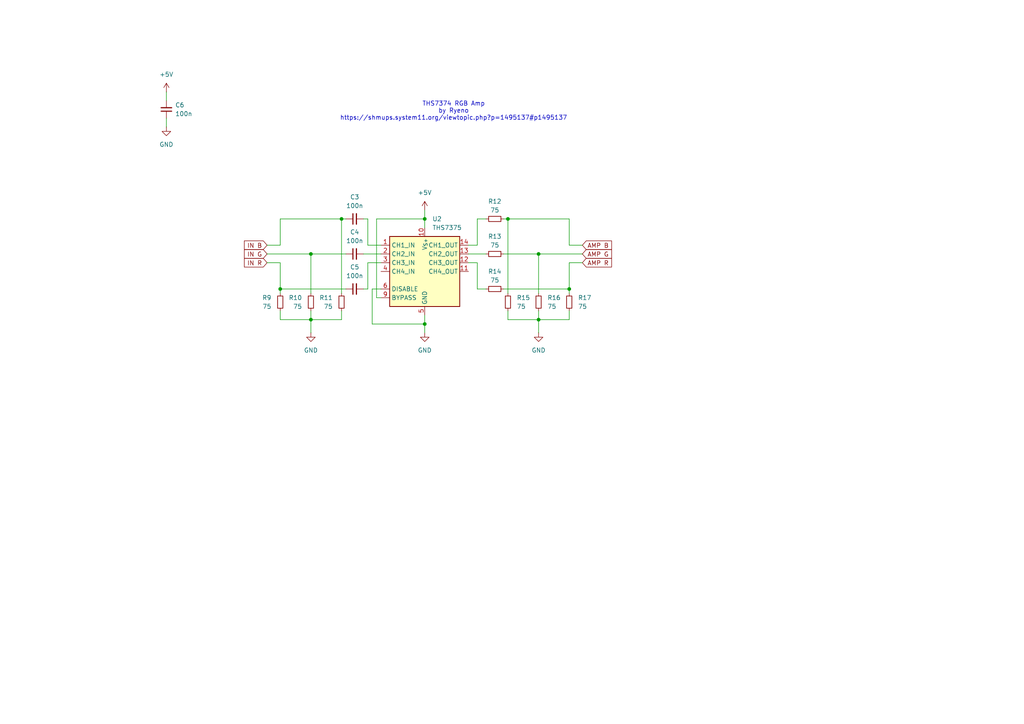
<source format=kicad_sch>
(kicad_sch
	(version 20231120)
	(generator "eeschema")
	(generator_version "8.0")
	(uuid "c0b29f3e-0451-4637-a707-8db16075bd96")
	(paper "A4")
	(lib_symbols
		(symbol "Amplifier_Video:THS7374"
			(exclude_from_sim no)
			(in_bom yes)
			(on_board yes)
			(property "Reference" "U"
				(at -8.89 11.43 0)
				(effects
					(font
						(size 1.27 1.27)
					)
				)
			)
			(property "Value" "THS7374"
				(at 5.08 11.43 0)
				(effects
					(font
						(size 1.27 1.27)
					)
				)
			)
			(property "Footprint" "Package_SO:TSSOP-14_4.4x5mm_P0.65mm"
				(at 0 0 0)
				(effects
					(font
						(size 1.27 1.27)
					)
					(hide yes)
				)
			)
			(property "Datasheet" "https://www.ti.com/lit/ds/symlink/ths7374.pdf"
				(at 0 0 0)
				(effects
					(font
						(size 1.27 1.27)
					)
					(hide yes)
				)
			)
			(property "Description" "4 channel SDTV Video Amplifier, TSSOP-14"
				(at 0 0 0)
				(effects
					(font
						(size 1.27 1.27)
					)
					(hide yes)
				)
			)
			(property "ki_keywords" "video amplifier sdtv cvbs rgb ypbpr"
				(at 0 0 0)
				(effects
					(font
						(size 1.27 1.27)
					)
					(hide yes)
				)
			)
			(property "ki_fp_filters" "TSSOP*4.4x5mm*P0.65mm*"
				(at 0 0 0)
				(effects
					(font
						(size 1.27 1.27)
					)
					(hide yes)
				)
			)
			(symbol "THS7374_0_1"
				(rectangle
					(start -10.16 10.16)
					(end 10.16 -10.16)
					(stroke
						(width 0.254)
						(type default)
					)
					(fill
						(type background)
					)
				)
			)
			(symbol "THS7374_1_1"
				(pin input line
					(at -12.7 7.62 0)
					(length 2.54)
					(name "CH1_IN"
						(effects
							(font
								(size 1.27 1.27)
							)
						)
					)
					(number "1"
						(effects
							(font
								(size 1.27 1.27)
							)
						)
					)
				)
				(pin power_in line
					(at 0 12.7 270)
					(length 2.54)
					(name "V_{S+}"
						(effects
							(font
								(size 1.27 1.27)
							)
						)
					)
					(number "10"
						(effects
							(font
								(size 1.27 1.27)
							)
						)
					)
				)
				(pin output line
					(at 12.7 0 180)
					(length 2.54)
					(name "CH4_OUT"
						(effects
							(font
								(size 1.27 1.27)
							)
						)
					)
					(number "11"
						(effects
							(font
								(size 1.27 1.27)
							)
						)
					)
				)
				(pin output line
					(at 12.7 2.54 180)
					(length 2.54)
					(name "CH3_OUT"
						(effects
							(font
								(size 1.27 1.27)
							)
						)
					)
					(number "12"
						(effects
							(font
								(size 1.27 1.27)
							)
						)
					)
				)
				(pin output line
					(at 12.7 5.08 180)
					(length 2.54)
					(name "CH2_OUT"
						(effects
							(font
								(size 1.27 1.27)
							)
						)
					)
					(number "13"
						(effects
							(font
								(size 1.27 1.27)
							)
						)
					)
				)
				(pin output line
					(at 12.7 7.62 180)
					(length 2.54)
					(name "CH1_OUT"
						(effects
							(font
								(size 1.27 1.27)
							)
						)
					)
					(number "14"
						(effects
							(font
								(size 1.27 1.27)
							)
						)
					)
				)
				(pin input line
					(at -12.7 5.08 0)
					(length 2.54)
					(name "CH2_IN"
						(effects
							(font
								(size 1.27 1.27)
							)
						)
					)
					(number "2"
						(effects
							(font
								(size 1.27 1.27)
							)
						)
					)
				)
				(pin input line
					(at -12.7 2.54 0)
					(length 2.54)
					(name "CH3_IN"
						(effects
							(font
								(size 1.27 1.27)
							)
						)
					)
					(number "3"
						(effects
							(font
								(size 1.27 1.27)
							)
						)
					)
				)
				(pin input line
					(at -12.7 0 0)
					(length 2.54)
					(name "CH4_IN"
						(effects
							(font
								(size 1.27 1.27)
							)
						)
					)
					(number "4"
						(effects
							(font
								(size 1.27 1.27)
							)
						)
					)
				)
				(pin power_in line
					(at 0 -12.7 90)
					(length 2.54)
					(name "GND"
						(effects
							(font
								(size 1.27 1.27)
							)
						)
					)
					(number "5"
						(effects
							(font
								(size 1.27 1.27)
							)
						)
					)
				)
				(pin input line
					(at -12.7 -5.08 0)
					(length 2.54)
					(name "DISABLE"
						(effects
							(font
								(size 1.27 1.27)
							)
						)
					)
					(number "6"
						(effects
							(font
								(size 1.27 1.27)
							)
						)
					)
				)
				(pin no_connect line
					(at 10.16 -5.08 180)
					(length 2.54) hide
					(name "NC"
						(effects
							(font
								(size 1.27 1.27)
							)
						)
					)
					(number "7"
						(effects
							(font
								(size 1.27 1.27)
							)
						)
					)
				)
				(pin no_connect line
					(at 10.16 -7.62 180)
					(length 2.54) hide
					(name "NC"
						(effects
							(font
								(size 1.27 1.27)
							)
						)
					)
					(number "8"
						(effects
							(font
								(size 1.27 1.27)
							)
						)
					)
				)
				(pin input line
					(at -12.7 -7.62 0)
					(length 2.54)
					(name "BYPASS"
						(effects
							(font
								(size 1.27 1.27)
							)
						)
					)
					(number "9"
						(effects
							(font
								(size 1.27 1.27)
							)
						)
					)
				)
			)
		)
		(symbol "Device:C_Small"
			(pin_numbers hide)
			(pin_names
				(offset 0.254) hide)
			(exclude_from_sim no)
			(in_bom yes)
			(on_board yes)
			(property "Reference" "C"
				(at 0.254 1.778 0)
				(effects
					(font
						(size 1.27 1.27)
					)
					(justify left)
				)
			)
			(property "Value" "C_Small"
				(at 0.254 -2.032 0)
				(effects
					(font
						(size 1.27 1.27)
					)
					(justify left)
				)
			)
			(property "Footprint" ""
				(at 0 0 0)
				(effects
					(font
						(size 1.27 1.27)
					)
					(hide yes)
				)
			)
			(property "Datasheet" "~"
				(at 0 0 0)
				(effects
					(font
						(size 1.27 1.27)
					)
					(hide yes)
				)
			)
			(property "Description" "Unpolarized capacitor, small symbol"
				(at 0 0 0)
				(effects
					(font
						(size 1.27 1.27)
					)
					(hide yes)
				)
			)
			(property "ki_keywords" "capacitor cap"
				(at 0 0 0)
				(effects
					(font
						(size 1.27 1.27)
					)
					(hide yes)
				)
			)
			(property "ki_fp_filters" "C_*"
				(at 0 0 0)
				(effects
					(font
						(size 1.27 1.27)
					)
					(hide yes)
				)
			)
			(symbol "C_Small_0_1"
				(polyline
					(pts
						(xy -1.524 -0.508) (xy 1.524 -0.508)
					)
					(stroke
						(width 0.3302)
						(type default)
					)
					(fill
						(type none)
					)
				)
				(polyline
					(pts
						(xy -1.524 0.508) (xy 1.524 0.508)
					)
					(stroke
						(width 0.3048)
						(type default)
					)
					(fill
						(type none)
					)
				)
			)
			(symbol "C_Small_1_1"
				(pin passive line
					(at 0 2.54 270)
					(length 2.032)
					(name "~"
						(effects
							(font
								(size 1.27 1.27)
							)
						)
					)
					(number "1"
						(effects
							(font
								(size 1.27 1.27)
							)
						)
					)
				)
				(pin passive line
					(at 0 -2.54 90)
					(length 2.032)
					(name "~"
						(effects
							(font
								(size 1.27 1.27)
							)
						)
					)
					(number "2"
						(effects
							(font
								(size 1.27 1.27)
							)
						)
					)
				)
			)
		)
		(symbol "Device:R_Small"
			(pin_numbers hide)
			(pin_names
				(offset 0.254) hide)
			(exclude_from_sim no)
			(in_bom yes)
			(on_board yes)
			(property "Reference" "R"
				(at 0.762 0.508 0)
				(effects
					(font
						(size 1.27 1.27)
					)
					(justify left)
				)
			)
			(property "Value" "R_Small"
				(at 0.762 -1.016 0)
				(effects
					(font
						(size 1.27 1.27)
					)
					(justify left)
				)
			)
			(property "Footprint" ""
				(at 0 0 0)
				(effects
					(font
						(size 1.27 1.27)
					)
					(hide yes)
				)
			)
			(property "Datasheet" "~"
				(at 0 0 0)
				(effects
					(font
						(size 1.27 1.27)
					)
					(hide yes)
				)
			)
			(property "Description" "Resistor, small symbol"
				(at 0 0 0)
				(effects
					(font
						(size 1.27 1.27)
					)
					(hide yes)
				)
			)
			(property "ki_keywords" "R resistor"
				(at 0 0 0)
				(effects
					(font
						(size 1.27 1.27)
					)
					(hide yes)
				)
			)
			(property "ki_fp_filters" "R_*"
				(at 0 0 0)
				(effects
					(font
						(size 1.27 1.27)
					)
					(hide yes)
				)
			)
			(symbol "R_Small_0_1"
				(rectangle
					(start -0.762 1.778)
					(end 0.762 -1.778)
					(stroke
						(width 0.2032)
						(type default)
					)
					(fill
						(type none)
					)
				)
			)
			(symbol "R_Small_1_1"
				(pin passive line
					(at 0 2.54 270)
					(length 0.762)
					(name "~"
						(effects
							(font
								(size 1.27 1.27)
							)
						)
					)
					(number "1"
						(effects
							(font
								(size 1.27 1.27)
							)
						)
					)
				)
				(pin passive line
					(at 0 -2.54 90)
					(length 0.762)
					(name "~"
						(effects
							(font
								(size 1.27 1.27)
							)
						)
					)
					(number "2"
						(effects
							(font
								(size 1.27 1.27)
							)
						)
					)
				)
			)
		)
		(symbol "power:+5V"
			(power)
			(pin_numbers hide)
			(pin_names
				(offset 0) hide)
			(exclude_from_sim no)
			(in_bom yes)
			(on_board yes)
			(property "Reference" "#PWR"
				(at 0 -3.81 0)
				(effects
					(font
						(size 1.27 1.27)
					)
					(hide yes)
				)
			)
			(property "Value" "+5V"
				(at 0 3.556 0)
				(effects
					(font
						(size 1.27 1.27)
					)
				)
			)
			(property "Footprint" ""
				(at 0 0 0)
				(effects
					(font
						(size 1.27 1.27)
					)
					(hide yes)
				)
			)
			(property "Datasheet" ""
				(at 0 0 0)
				(effects
					(font
						(size 1.27 1.27)
					)
					(hide yes)
				)
			)
			(property "Description" "Power symbol creates a global label with name \"+5V\""
				(at 0 0 0)
				(effects
					(font
						(size 1.27 1.27)
					)
					(hide yes)
				)
			)
			(property "ki_keywords" "global power"
				(at 0 0 0)
				(effects
					(font
						(size 1.27 1.27)
					)
					(hide yes)
				)
			)
			(symbol "+5V_0_1"
				(polyline
					(pts
						(xy -0.762 1.27) (xy 0 2.54)
					)
					(stroke
						(width 0)
						(type default)
					)
					(fill
						(type none)
					)
				)
				(polyline
					(pts
						(xy 0 0) (xy 0 2.54)
					)
					(stroke
						(width 0)
						(type default)
					)
					(fill
						(type none)
					)
				)
				(polyline
					(pts
						(xy 0 2.54) (xy 0.762 1.27)
					)
					(stroke
						(width 0)
						(type default)
					)
					(fill
						(type none)
					)
				)
			)
			(symbol "+5V_1_1"
				(pin power_in line
					(at 0 0 90)
					(length 0)
					(name "~"
						(effects
							(font
								(size 1.27 1.27)
							)
						)
					)
					(number "1"
						(effects
							(font
								(size 1.27 1.27)
							)
						)
					)
				)
			)
		)
		(symbol "power:GND"
			(power)
			(pin_numbers hide)
			(pin_names
				(offset 0) hide)
			(exclude_from_sim no)
			(in_bom yes)
			(on_board yes)
			(property "Reference" "#PWR"
				(at 0 -6.35 0)
				(effects
					(font
						(size 1.27 1.27)
					)
					(hide yes)
				)
			)
			(property "Value" "GND"
				(at 0 -3.81 0)
				(effects
					(font
						(size 1.27 1.27)
					)
				)
			)
			(property "Footprint" ""
				(at 0 0 0)
				(effects
					(font
						(size 1.27 1.27)
					)
					(hide yes)
				)
			)
			(property "Datasheet" ""
				(at 0 0 0)
				(effects
					(font
						(size 1.27 1.27)
					)
					(hide yes)
				)
			)
			(property "Description" "Power symbol creates a global label with name \"GND\" , ground"
				(at 0 0 0)
				(effects
					(font
						(size 1.27 1.27)
					)
					(hide yes)
				)
			)
			(property "ki_keywords" "global power"
				(at 0 0 0)
				(effects
					(font
						(size 1.27 1.27)
					)
					(hide yes)
				)
			)
			(symbol "GND_0_1"
				(polyline
					(pts
						(xy 0 0) (xy 0 -1.27) (xy 1.27 -1.27) (xy 0 -2.54) (xy -1.27 -1.27) (xy 0 -1.27)
					)
					(stroke
						(width 0)
						(type default)
					)
					(fill
						(type none)
					)
				)
			)
			(symbol "GND_1_1"
				(pin power_in line
					(at 0 0 270)
					(length 0)
					(name "~"
						(effects
							(font
								(size 1.27 1.27)
							)
						)
					)
					(number "1"
						(effects
							(font
								(size 1.27 1.27)
							)
						)
					)
				)
			)
		)
	)
	(junction
		(at 156.21 73.66)
		(diameter 0)
		(color 0 0 0 0)
		(uuid "41496fac-38c5-486e-9d2b-5e598de132c4")
	)
	(junction
		(at 90.17 73.66)
		(diameter 0)
		(color 0 0 0 0)
		(uuid "52bbb39b-1df4-4aaf-8b4f-591e982c70d0")
	)
	(junction
		(at 81.28 83.82)
		(diameter 0)
		(color 0 0 0 0)
		(uuid "5bd13e67-79c5-4220-a5b6-aad3ef655c95")
	)
	(junction
		(at 165.1 83.82)
		(diameter 0)
		(color 0 0 0 0)
		(uuid "798125aa-726d-4036-af93-4034414427d6")
	)
	(junction
		(at 123.19 93.98)
		(diameter 0)
		(color 0 0 0 0)
		(uuid "8388cd23-4e58-4850-b9f4-cd7a72951623")
	)
	(junction
		(at 90.17 92.71)
		(diameter 0)
		(color 0 0 0 0)
		(uuid "8686f511-dad4-412e-8753-d4f69a6d1e52")
	)
	(junction
		(at 123.19 63.5)
		(diameter 0)
		(color 0 0 0 0)
		(uuid "8ff6e0cb-1614-4283-964b-1cf94c6219b9")
	)
	(junction
		(at 99.06 63.5)
		(diameter 0)
		(color 0 0 0 0)
		(uuid "9817e409-dbfb-4e3a-9a74-ff2ef1642755")
	)
	(junction
		(at 156.21 92.71)
		(diameter 0)
		(color 0 0 0 0)
		(uuid "a4a8d1fc-7637-4996-ac7d-edb109ca51cf")
	)
	(junction
		(at 147.32 63.5)
		(diameter 0)
		(color 0 0 0 0)
		(uuid "ce94578a-00ca-492a-bb21-e890417aacb3")
	)
	(wire
		(pts
			(xy 110.49 76.2) (xy 106.68 76.2)
		)
		(stroke
			(width 0)
			(type default)
		)
		(uuid "078a5462-39e1-4908-9368-51a0fad41ff3")
	)
	(wire
		(pts
			(xy 123.19 93.98) (xy 123.19 96.52)
		)
		(stroke
			(width 0)
			(type default)
		)
		(uuid "07c14aec-c28f-47db-9f83-27790f176dec")
	)
	(wire
		(pts
			(xy 147.32 92.71) (xy 156.21 92.71)
		)
		(stroke
			(width 0)
			(type default)
		)
		(uuid "088a22c8-748a-43e7-9f67-6d0df0a5c328")
	)
	(wire
		(pts
			(xy 90.17 73.66) (xy 90.17 85.09)
		)
		(stroke
			(width 0)
			(type default)
		)
		(uuid "0ad2d4d0-19fa-4bc6-bf15-eab5a78d90c3")
	)
	(wire
		(pts
			(xy 90.17 92.71) (xy 90.17 96.52)
		)
		(stroke
			(width 0)
			(type default)
		)
		(uuid "1864bb11-d4b8-4907-a05d-ad96a877ede7")
	)
	(wire
		(pts
			(xy 81.28 63.5) (xy 81.28 71.12)
		)
		(stroke
			(width 0)
			(type default)
		)
		(uuid "1a41d32a-3276-4785-9453-b3406c5c3507")
	)
	(wire
		(pts
			(xy 110.49 86.36) (xy 109.22 86.36)
		)
		(stroke
			(width 0)
			(type default)
		)
		(uuid "1aebfe1a-7ce9-402b-9587-6fa8ccfcaf78")
	)
	(wire
		(pts
			(xy 100.33 73.66) (xy 90.17 73.66)
		)
		(stroke
			(width 0)
			(type default)
		)
		(uuid "1cf64175-7718-4efb-bb59-f121aab4edd3")
	)
	(wire
		(pts
			(xy 99.06 63.5) (xy 81.28 63.5)
		)
		(stroke
			(width 0)
			(type default)
		)
		(uuid "27b8a24c-6e63-4497-956d-94b0d268a741")
	)
	(wire
		(pts
			(xy 135.89 76.2) (xy 138.43 76.2)
		)
		(stroke
			(width 0)
			(type default)
		)
		(uuid "2d6bb818-95a4-4332-b727-322a5cda03a9")
	)
	(wire
		(pts
			(xy 146.05 73.66) (xy 156.21 73.66)
		)
		(stroke
			(width 0)
			(type default)
		)
		(uuid "3190a0d0-2191-48cb-9be9-404bb3c45be7")
	)
	(wire
		(pts
			(xy 156.21 73.66) (xy 156.21 85.09)
		)
		(stroke
			(width 0)
			(type default)
		)
		(uuid "3285cd3c-53ed-4715-8f1b-2efb7183f7fa")
	)
	(wire
		(pts
			(xy 138.43 71.12) (xy 135.89 71.12)
		)
		(stroke
			(width 0)
			(type default)
		)
		(uuid "32a61bde-904f-4b20-bb2e-7751c9ed35ed")
	)
	(wire
		(pts
			(xy 147.32 63.5) (xy 165.1 63.5)
		)
		(stroke
			(width 0)
			(type default)
		)
		(uuid "33e1d965-3a01-4f53-8ff4-b28c3f889d9a")
	)
	(wire
		(pts
			(xy 107.95 93.98) (xy 123.19 93.98)
		)
		(stroke
			(width 0)
			(type default)
		)
		(uuid "34ddd223-37ca-43ed-ad31-64b151158a88")
	)
	(wire
		(pts
			(xy 123.19 63.5) (xy 123.19 66.04)
		)
		(stroke
			(width 0)
			(type default)
		)
		(uuid "368d3e8f-3882-490c-a40f-baecfe611e71")
	)
	(wire
		(pts
			(xy 99.06 90.17) (xy 99.06 92.71)
		)
		(stroke
			(width 0)
			(type default)
		)
		(uuid "39efbaf1-52d4-45ec-af59-8c746d607c4d")
	)
	(wire
		(pts
			(xy 147.32 90.17) (xy 147.32 92.71)
		)
		(stroke
			(width 0)
			(type default)
		)
		(uuid "3e9980bc-6691-4aed-bef6-84765d4cabab")
	)
	(wire
		(pts
			(xy 165.1 92.71) (xy 156.21 92.71)
		)
		(stroke
			(width 0)
			(type default)
		)
		(uuid "47cdc8dc-5abe-44f4-b8c9-c2636e3c8eb9")
	)
	(wire
		(pts
			(xy 81.28 71.12) (xy 77.47 71.12)
		)
		(stroke
			(width 0)
			(type default)
		)
		(uuid "57944484-8a91-4d66-9115-90909e697875")
	)
	(wire
		(pts
			(xy 106.68 63.5) (xy 105.41 63.5)
		)
		(stroke
			(width 0)
			(type default)
		)
		(uuid "5dfb8de8-1edd-4822-988d-947d1f746caa")
	)
	(wire
		(pts
			(xy 90.17 73.66) (xy 77.47 73.66)
		)
		(stroke
			(width 0)
			(type default)
		)
		(uuid "6c0e7ae3-6ace-4725-97f6-eb8c65a5da60")
	)
	(wire
		(pts
			(xy 106.68 71.12) (xy 110.49 71.12)
		)
		(stroke
			(width 0)
			(type default)
		)
		(uuid "6fb9f5b0-ad87-4bb0-ad46-545f8f4623eb")
	)
	(wire
		(pts
			(xy 100.33 83.82) (xy 81.28 83.82)
		)
		(stroke
			(width 0)
			(type default)
		)
		(uuid "72f0b8f7-9a50-47d7-85c3-bd64a94e15a7")
	)
	(wire
		(pts
			(xy 109.22 63.5) (xy 123.19 63.5)
		)
		(stroke
			(width 0)
			(type default)
		)
		(uuid "764c98de-9831-44a9-a8b9-aeeeeec1191c")
	)
	(wire
		(pts
			(xy 110.49 73.66) (xy 105.41 73.66)
		)
		(stroke
			(width 0)
			(type default)
		)
		(uuid "77b57d5f-78f5-4249-89ff-e0a04cd95907")
	)
	(wire
		(pts
			(xy 165.1 83.82) (xy 165.1 85.09)
		)
		(stroke
			(width 0)
			(type default)
		)
		(uuid "7d5db086-7524-4f3f-b340-ebe96bfde1a1")
	)
	(wire
		(pts
			(xy 165.1 63.5) (xy 165.1 71.12)
		)
		(stroke
			(width 0)
			(type default)
		)
		(uuid "84956626-2b8a-43be-9aaa-3c26c8ec010d")
	)
	(wire
		(pts
			(xy 147.32 63.5) (xy 147.32 85.09)
		)
		(stroke
			(width 0)
			(type default)
		)
		(uuid "8a6fe514-5e96-4fa0-9f38-7bbf9a1d45b3")
	)
	(wire
		(pts
			(xy 165.1 90.17) (xy 165.1 92.71)
		)
		(stroke
			(width 0)
			(type default)
		)
		(uuid "8b8ee32f-88e7-48cd-896d-a093a62cbb1c")
	)
	(wire
		(pts
			(xy 146.05 83.82) (xy 165.1 83.82)
		)
		(stroke
			(width 0)
			(type default)
		)
		(uuid "8e0ed0b9-77ec-4a7b-b77e-fada860548f1")
	)
	(wire
		(pts
			(xy 81.28 76.2) (xy 81.28 83.82)
		)
		(stroke
			(width 0)
			(type default)
		)
		(uuid "8e30c4be-6120-4398-a669-5c609785ea7f")
	)
	(wire
		(pts
			(xy 106.68 76.2) (xy 106.68 83.82)
		)
		(stroke
			(width 0)
			(type default)
		)
		(uuid "922265ee-9377-4f2e-82e4-8d0d4eed4d60")
	)
	(wire
		(pts
			(xy 100.33 63.5) (xy 99.06 63.5)
		)
		(stroke
			(width 0)
			(type default)
		)
		(uuid "93f9122c-cee7-4548-bc29-46f9da792625")
	)
	(wire
		(pts
			(xy 123.19 91.44) (xy 123.19 93.98)
		)
		(stroke
			(width 0)
			(type default)
		)
		(uuid "94655aa0-6ae2-4d9f-aa5a-20115a754c0f")
	)
	(wire
		(pts
			(xy 81.28 83.82) (xy 81.28 85.09)
		)
		(stroke
			(width 0)
			(type default)
		)
		(uuid "9a8c9bd8-1999-4c32-9264-4d9c383408c6")
	)
	(wire
		(pts
			(xy 99.06 92.71) (xy 90.17 92.71)
		)
		(stroke
			(width 0)
			(type default)
		)
		(uuid "9bfd1dee-3ccb-4057-a312-c33e81d49422")
	)
	(wire
		(pts
			(xy 81.28 90.17) (xy 81.28 92.71)
		)
		(stroke
			(width 0)
			(type default)
		)
		(uuid "a27dac00-d6f0-4288-9757-6734e4e80a5e")
	)
	(wire
		(pts
			(xy 156.21 92.71) (xy 156.21 96.52)
		)
		(stroke
			(width 0)
			(type default)
		)
		(uuid "a3bfef3b-6cff-4039-b118-561fbc07a625")
	)
	(wire
		(pts
			(xy 146.05 63.5) (xy 147.32 63.5)
		)
		(stroke
			(width 0)
			(type default)
		)
		(uuid "a5fb020a-337e-4e60-b7b0-bd74a91e514d")
	)
	(wire
		(pts
			(xy 165.1 76.2) (xy 165.1 83.82)
		)
		(stroke
			(width 0)
			(type default)
		)
		(uuid "ab37530c-dad2-4b4d-bb57-196539bd16cf")
	)
	(wire
		(pts
			(xy 110.49 83.82) (xy 107.95 83.82)
		)
		(stroke
			(width 0)
			(type default)
		)
		(uuid "ae2e7407-1fdb-4257-96b9-43f15a62ac4d")
	)
	(wire
		(pts
			(xy 138.43 83.82) (xy 140.97 83.82)
		)
		(stroke
			(width 0)
			(type default)
		)
		(uuid "ae7cf878-7634-4fbb-8430-f5dd76a086a4")
	)
	(wire
		(pts
			(xy 123.19 60.96) (xy 123.19 63.5)
		)
		(stroke
			(width 0)
			(type default)
		)
		(uuid "af85672f-4e18-4d44-8359-81efaf073024")
	)
	(wire
		(pts
			(xy 165.1 71.12) (xy 168.91 71.12)
		)
		(stroke
			(width 0)
			(type default)
		)
		(uuid "b0505a1e-bc64-4f6d-bc55-eab2e6076187")
	)
	(wire
		(pts
			(xy 138.43 76.2) (xy 138.43 83.82)
		)
		(stroke
			(width 0)
			(type default)
		)
		(uuid "b4d49171-1659-4a69-9ee7-4cafb5dadfda")
	)
	(wire
		(pts
			(xy 135.89 73.66) (xy 140.97 73.66)
		)
		(stroke
			(width 0)
			(type default)
		)
		(uuid "bad5bd9c-2068-4a9d-8941-96d8d6e1d143")
	)
	(wire
		(pts
			(xy 106.68 83.82) (xy 105.41 83.82)
		)
		(stroke
			(width 0)
			(type default)
		)
		(uuid "bc876b55-1fee-43a5-a367-1e9c685aae63")
	)
	(wire
		(pts
			(xy 81.28 76.2) (xy 77.47 76.2)
		)
		(stroke
			(width 0)
			(type default)
		)
		(uuid "bdab2b3e-418a-421b-bd6f-0dc026e745e8")
	)
	(wire
		(pts
			(xy 90.17 90.17) (xy 90.17 92.71)
		)
		(stroke
			(width 0)
			(type default)
		)
		(uuid "c0a03365-4b58-455d-9764-4d3a1ce54a77")
	)
	(wire
		(pts
			(xy 48.26 34.29) (xy 48.26 36.83)
		)
		(stroke
			(width 0)
			(type default)
		)
		(uuid "d87d57f5-3f4f-402d-8ef3-a8f74959dbe6")
	)
	(wire
		(pts
			(xy 156.21 90.17) (xy 156.21 92.71)
		)
		(stroke
			(width 0)
			(type default)
		)
		(uuid "d8a0fdf9-131c-4ae8-be24-54546c9474cf")
	)
	(wire
		(pts
			(xy 106.68 71.12) (xy 106.68 63.5)
		)
		(stroke
			(width 0)
			(type default)
		)
		(uuid "d8a4b4d4-a720-4bb0-88a7-426f87360c74")
	)
	(wire
		(pts
			(xy 138.43 71.12) (xy 138.43 63.5)
		)
		(stroke
			(width 0)
			(type default)
		)
		(uuid "dcd47091-367d-41e3-a4d0-6427ed3f9918")
	)
	(wire
		(pts
			(xy 107.95 83.82) (xy 107.95 93.98)
		)
		(stroke
			(width 0)
			(type default)
		)
		(uuid "e2e22055-90ef-4964-b43f-6c7a375c64c9")
	)
	(wire
		(pts
			(xy 81.28 92.71) (xy 90.17 92.71)
		)
		(stroke
			(width 0)
			(type default)
		)
		(uuid "e9309e55-a658-4a19-b1e5-95ce32f0e1f7")
	)
	(wire
		(pts
			(xy 99.06 63.5) (xy 99.06 85.09)
		)
		(stroke
			(width 0)
			(type default)
		)
		(uuid "eaddc867-6883-4e08-ab50-59892f2a8c11")
	)
	(wire
		(pts
			(xy 165.1 76.2) (xy 168.91 76.2)
		)
		(stroke
			(width 0)
			(type default)
		)
		(uuid "eeea9ae0-7b11-4e55-8b79-7450dbeb179f")
	)
	(wire
		(pts
			(xy 138.43 63.5) (xy 140.97 63.5)
		)
		(stroke
			(width 0)
			(type default)
		)
		(uuid "fb334796-484c-4e57-89a7-8793544675b8")
	)
	(wire
		(pts
			(xy 156.21 73.66) (xy 168.91 73.66)
		)
		(stroke
			(width 0)
			(type default)
		)
		(uuid "fcd3962f-43ee-47be-9aab-e63920165767")
	)
	(wire
		(pts
			(xy 109.22 86.36) (xy 109.22 63.5)
		)
		(stroke
			(width 0)
			(type default)
		)
		(uuid "fd8eecae-996d-44e6-b49c-7b2596c70ea8")
	)
	(wire
		(pts
			(xy 48.26 26.67) (xy 48.26 29.21)
		)
		(stroke
			(width 0)
			(type default)
		)
		(uuid "ff5f567c-1e76-468c-8207-b8ae37cff79f")
	)
	(text "THS7374 RGB Amp\nby Ryeno\nhttps://shmups.system11.org/viewtopic.php?p=1495137#p1495137"
		(exclude_from_sim no)
		(at 131.572 32.258 0)
		(effects
			(font
				(size 1.27 1.27)
			)
		)
		(uuid "b7c3db12-e10e-491f-8503-c9e42d1f9899")
	)
	(global_label "AMP R"
		(shape input)
		(at 168.91 76.2 0)
		(fields_autoplaced yes)
		(effects
			(font
				(size 1.27 1.27)
			)
			(justify left)
		)
		(uuid "2dfd595b-13fd-46ac-aff6-01e3b6d79e64")
		(property "Intersheetrefs" "${INTERSHEET_REFS}"
			(at 177.9428 76.2 0)
			(effects
				(font
					(size 1.27 1.27)
				)
				(justify left)
				(hide yes)
			)
		)
	)
	(global_label "IN G"
		(shape input)
		(at 77.47 73.66 180)
		(fields_autoplaced yes)
		(effects
			(font
				(size 1.27 1.27)
			)
			(justify right)
		)
		(uuid "de08a2b6-54bf-4ff7-9fb3-f1b8fcd0f7af")
		(property "Intersheetrefs" "${INTERSHEET_REFS}"
			(at 70.3119 73.66 0)
			(effects
				(font
					(size 1.27 1.27)
				)
				(justify right)
				(hide yes)
			)
		)
	)
	(global_label "AMP G"
		(shape input)
		(at 168.91 73.66 0)
		(fields_autoplaced yes)
		(effects
			(font
				(size 1.27 1.27)
			)
			(justify left)
		)
		(uuid "f3e3ab26-a801-4984-bd77-52dd2239d7cc")
		(property "Intersheetrefs" "${INTERSHEET_REFS}"
			(at 177.9428 73.66 0)
			(effects
				(font
					(size 1.27 1.27)
				)
				(justify left)
				(hide yes)
			)
		)
	)
	(global_label "AMP B"
		(shape input)
		(at 168.91 71.12 0)
		(fields_autoplaced yes)
		(effects
			(font
				(size 1.27 1.27)
			)
			(justify left)
		)
		(uuid "f5fb7690-1195-4a48-af7e-09123d2cf8d1")
		(property "Intersheetrefs" "${INTERSHEET_REFS}"
			(at 177.9428 71.12 0)
			(effects
				(font
					(size 1.27 1.27)
				)
				(justify left)
				(hide yes)
			)
		)
	)
	(global_label "IN B"
		(shape input)
		(at 77.47 71.12 180)
		(fields_autoplaced yes)
		(effects
			(font
				(size 1.27 1.27)
			)
			(justify right)
		)
		(uuid "fb9f3086-1a18-4242-85dd-cc7e1f7fe969")
		(property "Intersheetrefs" "${INTERSHEET_REFS}"
			(at 70.3119 71.12 0)
			(effects
				(font
					(size 1.27 1.27)
				)
				(justify right)
				(hide yes)
			)
		)
	)
	(global_label "IN R"
		(shape input)
		(at 77.47 76.2 180)
		(fields_autoplaced yes)
		(effects
			(font
				(size 1.27 1.27)
			)
			(justify right)
		)
		(uuid "fdf03c53-b90f-4978-b5fa-64fd2bc023dd")
		(property "Intersheetrefs" "${INTERSHEET_REFS}"
			(at 70.3119 76.2 0)
			(effects
				(font
					(size 1.27 1.27)
				)
				(justify right)
				(hide yes)
			)
		)
	)
	(symbol
		(lib_id "Device:C_Small")
		(at 102.87 83.82 90)
		(unit 1)
		(exclude_from_sim no)
		(in_bom yes)
		(on_board yes)
		(dnp no)
		(uuid "1a0aecc6-0642-47a5-9f9c-b20dc22cf91b")
		(property "Reference" "C5"
			(at 102.8763 77.47 90)
			(effects
				(font
					(size 1.27 1.27)
				)
			)
		)
		(property "Value" "100n"
			(at 102.8763 80.01 90)
			(effects
				(font
					(size 1.27 1.27)
				)
			)
		)
		(property "Footprint" "Capacitor_THT:C_Disc_D6.0mm_W2.5mm_P5.00mm"
			(at 102.87 83.82 0)
			(effects
				(font
					(size 1.27 1.27)
				)
				(hide yes)
			)
		)
		(property "Datasheet" "~"
			(at 102.87 83.82 0)
			(effects
				(font
					(size 1.27 1.27)
				)
				(hide yes)
			)
		)
		(property "Description" "Unpolarized capacitor, small symbol"
			(at 102.87 83.82 0)
			(effects
				(font
					(size 1.27 1.27)
				)
				(hide yes)
			)
		)
		(pin "1"
			(uuid "086f1427-f5c4-4dc9-bcd9-828689b46500")
		)
		(pin "2"
			(uuid "3fb7c778-c9cd-431c-8296-4d257c05731b")
		)
		(instances
			(project "arcade"
				(path "/fe21c13a-8405-4e1e-9297-688e7d18d624/89482f60-646d-40bc-8a57-39980eed1e01"
					(reference "C5")
					(unit 1)
				)
			)
		)
	)
	(symbol
		(lib_id "Device:R_Small")
		(at 143.51 73.66 270)
		(unit 1)
		(exclude_from_sim no)
		(in_bom yes)
		(on_board yes)
		(dnp no)
		(fields_autoplaced yes)
		(uuid "25569d10-24d3-4c5b-bb4f-33c44d045756")
		(property "Reference" "R13"
			(at 143.51 68.58 90)
			(effects
				(font
					(size 1.27 1.27)
				)
			)
		)
		(property "Value" "75"
			(at 143.51 71.12 90)
			(effects
				(font
					(size 1.27 1.27)
				)
			)
		)
		(property "Footprint" "Resistor_THT:R_Axial_DIN0204_L3.6mm_D1.6mm_P7.62mm_Horizontal"
			(at 143.51 73.66 0)
			(effects
				(font
					(size 1.27 1.27)
				)
				(hide yes)
			)
		)
		(property "Datasheet" "~"
			(at 143.51 73.66 0)
			(effects
				(font
					(size 1.27 1.27)
				)
				(hide yes)
			)
		)
		(property "Description" "Resistor, small symbol"
			(at 143.51 73.66 0)
			(effects
				(font
					(size 1.27 1.27)
				)
				(hide yes)
			)
		)
		(pin "2"
			(uuid "f44fe73a-d8a9-4821-bf19-4ebec7abb105")
		)
		(pin "1"
			(uuid "f934fd2a-5214-4d29-b874-e747bf708c73")
		)
		(instances
			(project "arcade"
				(path "/fe21c13a-8405-4e1e-9297-688e7d18d624/89482f60-646d-40bc-8a57-39980eed1e01"
					(reference "R13")
					(unit 1)
				)
			)
		)
	)
	(symbol
		(lib_id "Device:R_Small")
		(at 143.51 63.5 270)
		(unit 1)
		(exclude_from_sim no)
		(in_bom yes)
		(on_board yes)
		(dnp no)
		(fields_autoplaced yes)
		(uuid "2a9c2c30-3dd1-4fed-a88d-667b8f7177f7")
		(property "Reference" "R12"
			(at 143.51 58.42 90)
			(effects
				(font
					(size 1.27 1.27)
				)
			)
		)
		(property "Value" "75"
			(at 143.51 60.96 90)
			(effects
				(font
					(size 1.27 1.27)
				)
			)
		)
		(property "Footprint" "Resistor_THT:R_Axial_DIN0204_L3.6mm_D1.6mm_P7.62mm_Horizontal"
			(at 143.51 63.5 0)
			(effects
				(font
					(size 1.27 1.27)
				)
				(hide yes)
			)
		)
		(property "Datasheet" "~"
			(at 143.51 63.5 0)
			(effects
				(font
					(size 1.27 1.27)
				)
				(hide yes)
			)
		)
		(property "Description" "Resistor, small symbol"
			(at 143.51 63.5 0)
			(effects
				(font
					(size 1.27 1.27)
				)
				(hide yes)
			)
		)
		(pin "2"
			(uuid "f354889b-a6d8-4735-8491-41d6d606b0aa")
		)
		(pin "1"
			(uuid "4f5e2734-cd53-4ccd-887d-7fac9730874f")
		)
		(instances
			(project "arcade"
				(path "/fe21c13a-8405-4e1e-9297-688e7d18d624/89482f60-646d-40bc-8a57-39980eed1e01"
					(reference "R12")
					(unit 1)
				)
			)
		)
	)
	(symbol
		(lib_id "Device:R_Small")
		(at 147.32 87.63 0)
		(unit 1)
		(exclude_from_sim no)
		(in_bom yes)
		(on_board yes)
		(dnp no)
		(fields_autoplaced yes)
		(uuid "3b6c7a11-6470-4c1a-a2bb-cfcabc998486")
		(property "Reference" "R15"
			(at 149.86 86.3599 0)
			(effects
				(font
					(size 1.27 1.27)
				)
				(justify left)
			)
		)
		(property "Value" "75"
			(at 149.86 88.8999 0)
			(effects
				(font
					(size 1.27 1.27)
				)
				(justify left)
			)
		)
		(property "Footprint" "Resistor_THT:R_Axial_DIN0204_L3.6mm_D1.6mm_P7.62mm_Horizontal"
			(at 147.32 87.63 0)
			(effects
				(font
					(size 1.27 1.27)
				)
				(hide yes)
			)
		)
		(property "Datasheet" "~"
			(at 147.32 87.63 0)
			(effects
				(font
					(size 1.27 1.27)
				)
				(hide yes)
			)
		)
		(property "Description" "Resistor, small symbol"
			(at 147.32 87.63 0)
			(effects
				(font
					(size 1.27 1.27)
				)
				(hide yes)
			)
		)
		(pin "2"
			(uuid "b2b49e9f-b70c-43c6-ad89-ee8549a9b0a3")
		)
		(pin "1"
			(uuid "6504acfe-26a1-400a-baeb-8fcffcc46eff")
		)
		(instances
			(project "arcade"
				(path "/fe21c13a-8405-4e1e-9297-688e7d18d624/89482f60-646d-40bc-8a57-39980eed1e01"
					(reference "R15")
					(unit 1)
				)
			)
		)
	)
	(symbol
		(lib_id "Device:C_Small")
		(at 102.87 73.66 90)
		(unit 1)
		(exclude_from_sim no)
		(in_bom yes)
		(on_board yes)
		(dnp no)
		(uuid "59136909-24e6-49e6-8fde-64651b2741ab")
		(property "Reference" "C4"
			(at 102.8763 67.31 90)
			(effects
				(font
					(size 1.27 1.27)
				)
			)
		)
		(property "Value" "100n"
			(at 102.8763 69.85 90)
			(effects
				(font
					(size 1.27 1.27)
				)
			)
		)
		(property "Footprint" "Capacitor_THT:C_Disc_D6.0mm_W2.5mm_P5.00mm"
			(at 102.87 73.66 0)
			(effects
				(font
					(size 1.27 1.27)
				)
				(hide yes)
			)
		)
		(property "Datasheet" "~"
			(at 102.87 73.66 0)
			(effects
				(font
					(size 1.27 1.27)
				)
				(hide yes)
			)
		)
		(property "Description" "Unpolarized capacitor, small symbol"
			(at 102.87 73.66 0)
			(effects
				(font
					(size 1.27 1.27)
				)
				(hide yes)
			)
		)
		(pin "1"
			(uuid "a2c572c7-9136-487d-9af2-4772e89fa0f5")
		)
		(pin "2"
			(uuid "18a097d6-aae7-46ae-9f2a-e13478ab68c2")
		)
		(instances
			(project "arcade"
				(path "/fe21c13a-8405-4e1e-9297-688e7d18d624/89482f60-646d-40bc-8a57-39980eed1e01"
					(reference "C4")
					(unit 1)
				)
			)
		)
	)
	(symbol
		(lib_id "Device:R_Small")
		(at 99.06 87.63 0)
		(mirror y)
		(unit 1)
		(exclude_from_sim no)
		(in_bom yes)
		(on_board yes)
		(dnp no)
		(uuid "77978dd2-aa54-4928-8eab-dd138778c5f2")
		(property "Reference" "R11"
			(at 96.52 86.3599 0)
			(effects
				(font
					(size 1.27 1.27)
				)
				(justify left)
			)
		)
		(property "Value" "75"
			(at 96.52 88.8999 0)
			(effects
				(font
					(size 1.27 1.27)
				)
				(justify left)
			)
		)
		(property "Footprint" "Resistor_THT:R_Axial_DIN0204_L3.6mm_D1.6mm_P7.62mm_Horizontal"
			(at 99.06 87.63 0)
			(effects
				(font
					(size 1.27 1.27)
				)
				(hide yes)
			)
		)
		(property "Datasheet" "~"
			(at 99.06 87.63 0)
			(effects
				(font
					(size 1.27 1.27)
				)
				(hide yes)
			)
		)
		(property "Description" "Resistor, small symbol"
			(at 99.06 87.63 0)
			(effects
				(font
					(size 1.27 1.27)
				)
				(hide yes)
			)
		)
		(pin "2"
			(uuid "0a32eca8-64e0-461a-92cc-a7b7d2fb8c10")
		)
		(pin "1"
			(uuid "d46cb907-b81e-48e9-8fae-d336005ffe00")
		)
		(instances
			(project "arcade"
				(path "/fe21c13a-8405-4e1e-9297-688e7d18d624/89482f60-646d-40bc-8a57-39980eed1e01"
					(reference "R11")
					(unit 1)
				)
			)
		)
	)
	(symbol
		(lib_id "Device:R_Small")
		(at 143.51 83.82 90)
		(unit 1)
		(exclude_from_sim no)
		(in_bom yes)
		(on_board yes)
		(dnp no)
		(fields_autoplaced yes)
		(uuid "7d08e60c-458e-4d75-84b3-f109172e8a2d")
		(property "Reference" "R14"
			(at 143.51 78.74 90)
			(effects
				(font
					(size 1.27 1.27)
				)
			)
		)
		(property "Value" "75"
			(at 143.51 81.28 90)
			(effects
				(font
					(size 1.27 1.27)
				)
			)
		)
		(property "Footprint" "Resistor_THT:R_Axial_DIN0204_L3.6mm_D1.6mm_P7.62mm_Horizontal"
			(at 143.51 83.82 0)
			(effects
				(font
					(size 1.27 1.27)
				)
				(hide yes)
			)
		)
		(property "Datasheet" "~"
			(at 143.51 83.82 0)
			(effects
				(font
					(size 1.27 1.27)
				)
				(hide yes)
			)
		)
		(property "Description" "Resistor, small symbol"
			(at 143.51 83.82 0)
			(effects
				(font
					(size 1.27 1.27)
				)
				(hide yes)
			)
		)
		(pin "2"
			(uuid "d602098b-3d4d-41ce-a4da-410301bb64ad")
		)
		(pin "1"
			(uuid "9d4dcb20-837e-42eb-bfdd-f0875e490a68")
		)
		(instances
			(project "arcade"
				(path "/fe21c13a-8405-4e1e-9297-688e7d18d624/89482f60-646d-40bc-8a57-39980eed1e01"
					(reference "R14")
					(unit 1)
				)
			)
		)
	)
	(symbol
		(lib_id "power:GND")
		(at 123.19 96.52 0)
		(unit 1)
		(exclude_from_sim no)
		(in_bom yes)
		(on_board yes)
		(dnp no)
		(fields_autoplaced yes)
		(uuid "800453b7-8d0e-4dcf-94a9-04e2366477a2")
		(property "Reference" "#PWR012"
			(at 123.19 102.87 0)
			(effects
				(font
					(size 1.27 1.27)
				)
				(hide yes)
			)
		)
		(property "Value" "GND"
			(at 123.19 101.6 0)
			(effects
				(font
					(size 1.27 1.27)
				)
			)
		)
		(property "Footprint" ""
			(at 123.19 96.52 0)
			(effects
				(font
					(size 1.27 1.27)
				)
				(hide yes)
			)
		)
		(property "Datasheet" ""
			(at 123.19 96.52 0)
			(effects
				(font
					(size 1.27 1.27)
				)
				(hide yes)
			)
		)
		(property "Description" "Power symbol creates a global label with name \"GND\" , ground"
			(at 123.19 96.52 0)
			(effects
				(font
					(size 1.27 1.27)
				)
				(hide yes)
			)
		)
		(pin "1"
			(uuid "8fd6cb26-f276-442c-ac3c-a36ed11ff541")
		)
		(instances
			(project "arcade"
				(path "/fe21c13a-8405-4e1e-9297-688e7d18d624/89482f60-646d-40bc-8a57-39980eed1e01"
					(reference "#PWR012")
					(unit 1)
				)
			)
		)
	)
	(symbol
		(lib_id "Device:C_Small")
		(at 48.26 31.75 180)
		(unit 1)
		(exclude_from_sim no)
		(in_bom yes)
		(on_board yes)
		(dnp no)
		(fields_autoplaced yes)
		(uuid "848a93dd-db48-41cf-b255-970e8250e9d6")
		(property "Reference" "C6"
			(at 50.8 30.4735 0)
			(effects
				(font
					(size 1.27 1.27)
				)
				(justify right)
			)
		)
		(property "Value" "100n"
			(at 50.8 33.0135 0)
			(effects
				(font
					(size 1.27 1.27)
				)
				(justify right)
			)
		)
		(property "Footprint" "Capacitor_THT:C_Disc_D6.0mm_W2.5mm_P5.00mm"
			(at 48.26 31.75 0)
			(effects
				(font
					(size 1.27 1.27)
				)
				(hide yes)
			)
		)
		(property "Datasheet" "~"
			(at 48.26 31.75 0)
			(effects
				(font
					(size 1.27 1.27)
				)
				(hide yes)
			)
		)
		(property "Description" "Unpolarized capacitor, small symbol"
			(at 48.26 31.75 0)
			(effects
				(font
					(size 1.27 1.27)
				)
				(hide yes)
			)
		)
		(pin "1"
			(uuid "b8c9b160-810d-4d7f-8e39-2b73b9b19768")
		)
		(pin "2"
			(uuid "f7059bec-9b8e-4d38-99ca-28a9d978044e")
		)
		(instances
			(project "arcade"
				(path "/fe21c13a-8405-4e1e-9297-688e7d18d624/89482f60-646d-40bc-8a57-39980eed1e01"
					(reference "C6")
					(unit 1)
				)
			)
		)
	)
	(symbol
		(lib_id "Device:R_Small")
		(at 90.17 87.63 0)
		(mirror y)
		(unit 1)
		(exclude_from_sim no)
		(in_bom yes)
		(on_board yes)
		(dnp no)
		(uuid "9201131c-40f7-4b79-add1-18b182207912")
		(property "Reference" "R10"
			(at 87.63 86.3599 0)
			(effects
				(font
					(size 1.27 1.27)
				)
				(justify left)
			)
		)
		(property "Value" "75"
			(at 87.63 88.8999 0)
			(effects
				(font
					(size 1.27 1.27)
				)
				(justify left)
			)
		)
		(property "Footprint" "Resistor_THT:R_Axial_DIN0204_L3.6mm_D1.6mm_P7.62mm_Horizontal"
			(at 90.17 87.63 0)
			(effects
				(font
					(size 1.27 1.27)
				)
				(hide yes)
			)
		)
		(property "Datasheet" "~"
			(at 90.17 87.63 0)
			(effects
				(font
					(size 1.27 1.27)
				)
				(hide yes)
			)
		)
		(property "Description" "Resistor, small symbol"
			(at 90.17 87.63 0)
			(effects
				(font
					(size 1.27 1.27)
				)
				(hide yes)
			)
		)
		(pin "2"
			(uuid "87af9b76-67c4-4dcd-a8d7-19c726aeaf5a")
		)
		(pin "1"
			(uuid "b3c12613-043e-4326-888f-578efb6afb6f")
		)
		(instances
			(project "arcade"
				(path "/fe21c13a-8405-4e1e-9297-688e7d18d624/89482f60-646d-40bc-8a57-39980eed1e01"
					(reference "R10")
					(unit 1)
				)
			)
		)
	)
	(symbol
		(lib_id "power:GND")
		(at 156.21 96.52 0)
		(unit 1)
		(exclude_from_sim no)
		(in_bom yes)
		(on_board yes)
		(dnp no)
		(fields_autoplaced yes)
		(uuid "92f0adb0-c8b1-4209-a34a-5000ab55ac57")
		(property "Reference" "#PWR015"
			(at 156.21 102.87 0)
			(effects
				(font
					(size 1.27 1.27)
				)
				(hide yes)
			)
		)
		(property "Value" "GND"
			(at 156.21 101.6 0)
			(effects
				(font
					(size 1.27 1.27)
				)
			)
		)
		(property "Footprint" ""
			(at 156.21 96.52 0)
			(effects
				(font
					(size 1.27 1.27)
				)
				(hide yes)
			)
		)
		(property "Datasheet" ""
			(at 156.21 96.52 0)
			(effects
				(font
					(size 1.27 1.27)
				)
				(hide yes)
			)
		)
		(property "Description" "Power symbol creates a global label with name \"GND\" , ground"
			(at 156.21 96.52 0)
			(effects
				(font
					(size 1.27 1.27)
				)
				(hide yes)
			)
		)
		(pin "1"
			(uuid "cea1afb0-a13b-417e-a549-5b6f1ba6a32d")
		)
		(instances
			(project "arcade"
				(path "/fe21c13a-8405-4e1e-9297-688e7d18d624/89482f60-646d-40bc-8a57-39980eed1e01"
					(reference "#PWR015")
					(unit 1)
				)
			)
		)
	)
	(symbol
		(lib_id "Device:R_Small")
		(at 156.21 87.63 0)
		(unit 1)
		(exclude_from_sim no)
		(in_bom yes)
		(on_board yes)
		(dnp no)
		(fields_autoplaced yes)
		(uuid "a203d153-2fd1-4edb-b536-e1afdd0f3cd6")
		(property "Reference" "R16"
			(at 158.75 86.3599 0)
			(effects
				(font
					(size 1.27 1.27)
				)
				(justify left)
			)
		)
		(property "Value" "75"
			(at 158.75 88.8999 0)
			(effects
				(font
					(size 1.27 1.27)
				)
				(justify left)
			)
		)
		(property "Footprint" "Resistor_THT:R_Axial_DIN0204_L3.6mm_D1.6mm_P7.62mm_Horizontal"
			(at 156.21 87.63 0)
			(effects
				(font
					(size 1.27 1.27)
				)
				(hide yes)
			)
		)
		(property "Datasheet" "~"
			(at 156.21 87.63 0)
			(effects
				(font
					(size 1.27 1.27)
				)
				(hide yes)
			)
		)
		(property "Description" "Resistor, small symbol"
			(at 156.21 87.63 0)
			(effects
				(font
					(size 1.27 1.27)
				)
				(hide yes)
			)
		)
		(pin "2"
			(uuid "bbd8d5db-7068-414b-a2e5-ae65c1eb9dfd")
		)
		(pin "1"
			(uuid "4fadf315-9c08-48d5-bb13-d615e4ea065f")
		)
		(instances
			(project "arcade"
				(path "/fe21c13a-8405-4e1e-9297-688e7d18d624/89482f60-646d-40bc-8a57-39980eed1e01"
					(reference "R16")
					(unit 1)
				)
			)
		)
	)
	(symbol
		(lib_id "power:GND")
		(at 90.17 96.52 0)
		(unit 1)
		(exclude_from_sim no)
		(in_bom yes)
		(on_board yes)
		(dnp no)
		(fields_autoplaced yes)
		(uuid "a3c4ad56-b61d-475c-8c55-16e62584e7b5")
		(property "Reference" "#PWR010"
			(at 90.17 102.87 0)
			(effects
				(font
					(size 1.27 1.27)
				)
				(hide yes)
			)
		)
		(property "Value" "GND"
			(at 90.17 101.6 0)
			(effects
				(font
					(size 1.27 1.27)
				)
			)
		)
		(property "Footprint" ""
			(at 90.17 96.52 0)
			(effects
				(font
					(size 1.27 1.27)
				)
				(hide yes)
			)
		)
		(property "Datasheet" ""
			(at 90.17 96.52 0)
			(effects
				(font
					(size 1.27 1.27)
				)
				(hide yes)
			)
		)
		(property "Description" "Power symbol creates a global label with name \"GND\" , ground"
			(at 90.17 96.52 0)
			(effects
				(font
					(size 1.27 1.27)
				)
				(hide yes)
			)
		)
		(pin "1"
			(uuid "f7646ba5-a8f1-4ee5-88e2-e9e2410ce17e")
		)
		(instances
			(project "arcade"
				(path "/fe21c13a-8405-4e1e-9297-688e7d18d624/89482f60-646d-40bc-8a57-39980eed1e01"
					(reference "#PWR010")
					(unit 1)
				)
			)
		)
	)
	(symbol
		(lib_id "Device:C_Small")
		(at 102.87 63.5 90)
		(unit 1)
		(exclude_from_sim no)
		(in_bom yes)
		(on_board yes)
		(dnp no)
		(fields_autoplaced yes)
		(uuid "b92bfce8-811a-494b-8cd6-c465a3f8a582")
		(property "Reference" "C3"
			(at 102.8763 57.15 90)
			(effects
				(font
					(size 1.27 1.27)
				)
			)
		)
		(property "Value" "100n"
			(at 102.8763 59.69 90)
			(effects
				(font
					(size 1.27 1.27)
				)
			)
		)
		(property "Footprint" "Capacitor_THT:C_Disc_D6.0mm_W2.5mm_P5.00mm"
			(at 102.87 63.5 0)
			(effects
				(font
					(size 1.27 1.27)
				)
				(hide yes)
			)
		)
		(property "Datasheet" "~"
			(at 102.87 63.5 0)
			(effects
				(font
					(size 1.27 1.27)
				)
				(hide yes)
			)
		)
		(property "Description" "Unpolarized capacitor, small symbol"
			(at 102.87 63.5 0)
			(effects
				(font
					(size 1.27 1.27)
				)
				(hide yes)
			)
		)
		(pin "1"
			(uuid "f7d353ad-bc7b-4ca0-b6d6-846df1c62bc9")
		)
		(pin "2"
			(uuid "72946985-1c09-41f6-8f25-d3d59cb533b3")
		)
		(instances
			(project "arcade"
				(path "/fe21c13a-8405-4e1e-9297-688e7d18d624/89482f60-646d-40bc-8a57-39980eed1e01"
					(reference "C3")
					(unit 1)
				)
			)
		)
	)
	(symbol
		(lib_id "Amplifier_Video:THS7374")
		(at 123.19 78.74 0)
		(unit 1)
		(exclude_from_sim no)
		(in_bom yes)
		(on_board yes)
		(dnp no)
		(fields_autoplaced yes)
		(uuid "c79ca6a3-1472-4174-a5e4-4280521e9ba3")
		(property "Reference" "U2"
			(at 125.3841 63.5 0)
			(effects
				(font
					(size 1.27 1.27)
				)
				(justify left)
			)
		)
		(property "Value" "THS7375"
			(at 125.3841 66.04 0)
			(effects
				(font
					(size 1.27 1.27)
				)
				(justify left)
			)
		)
		(property "Footprint" "Package_SO:TSSOP-14_4.4x5mm_P0.65mm"
			(at 123.19 78.74 0)
			(effects
				(font
					(size 1.27 1.27)
				)
				(hide yes)
			)
		)
		(property "Datasheet" "https://www.ti.com/lit/ds/symlink/ths7374.pdf"
			(at 123.19 78.74 0)
			(effects
				(font
					(size 1.27 1.27)
				)
				(hide yes)
			)
		)
		(property "Description" "4 channel SDTV Video Amplifier, TSSOP-14"
			(at 123.19 78.74 0)
			(effects
				(font
					(size 1.27 1.27)
				)
				(hide yes)
			)
		)
		(pin "14"
			(uuid "e123e7a0-167d-4975-9518-a00bc330a1a4")
		)
		(pin "6"
			(uuid "da1d6114-1c6c-434c-b988-e7dd1b4e49d2")
		)
		(pin "11"
			(uuid "65389be1-24e3-4c79-9a18-fb62333cb4c8")
		)
		(pin "1"
			(uuid "da058296-5fb1-4133-926d-ddfdc01f2a0c")
		)
		(pin "13"
			(uuid "3fda7c37-0cd4-4d6f-87cf-6f53e5398fc8")
		)
		(pin "9"
			(uuid "d60f661d-55d2-4098-bd7c-cff226b1c1a2")
		)
		(pin "8"
			(uuid "0221b23a-7966-43ec-ad70-31a57f010972")
		)
		(pin "2"
			(uuid "b66bc908-a1c8-4b81-ab76-4d4d5e0c41bd")
		)
		(pin "4"
			(uuid "90e8f782-e0a4-4fb4-8408-a536340e6010")
		)
		(pin "10"
			(uuid "373626c8-e53b-48c9-b983-979a58749ad8")
		)
		(pin "7"
			(uuid "356c3848-d355-42f6-a11c-fdf961377862")
		)
		(pin "5"
			(uuid "4373a2e6-8a86-48bb-b4d9-5eba6944829e")
		)
		(pin "3"
			(uuid "cbe5850d-4047-4635-8704-f066797a4d76")
		)
		(pin "12"
			(uuid "ccd9658d-8235-4e87-9a6a-e00ac4250ee5")
		)
		(instances
			(project "arcade"
				(path "/fe21c13a-8405-4e1e-9297-688e7d18d624/89482f60-646d-40bc-8a57-39980eed1e01"
					(reference "U2")
					(unit 1)
				)
			)
		)
	)
	(symbol
		(lib_id "Device:R_Small")
		(at 165.1 87.63 0)
		(unit 1)
		(exclude_from_sim no)
		(in_bom yes)
		(on_board yes)
		(dnp no)
		(fields_autoplaced yes)
		(uuid "ccd49513-a996-4a89-8f01-53c683f0af68")
		(property "Reference" "R17"
			(at 167.64 86.3599 0)
			(effects
				(font
					(size 1.27 1.27)
				)
				(justify left)
			)
		)
		(property "Value" "75"
			(at 167.64 88.8999 0)
			(effects
				(font
					(size 1.27 1.27)
				)
				(justify left)
			)
		)
		(property "Footprint" "Resistor_THT:R_Axial_DIN0204_L3.6mm_D1.6mm_P7.62mm_Horizontal"
			(at 165.1 87.63 0)
			(effects
				(font
					(size 1.27 1.27)
				)
				(hide yes)
			)
		)
		(property "Datasheet" "~"
			(at 165.1 87.63 0)
			(effects
				(font
					(size 1.27 1.27)
				)
				(hide yes)
			)
		)
		(property "Description" "Resistor, small symbol"
			(at 165.1 87.63 0)
			(effects
				(font
					(size 1.27 1.27)
				)
				(hide yes)
			)
		)
		(pin "2"
			(uuid "1a2b213d-3d9f-46dc-b40a-d84bf85b3dfb")
		)
		(pin "1"
			(uuid "5771a5f2-d2d1-4596-aba0-21bcfee49f64")
		)
		(instances
			(project "arcade"
				(path "/fe21c13a-8405-4e1e-9297-688e7d18d624/89482f60-646d-40bc-8a57-39980eed1e01"
					(reference "R17")
					(unit 1)
				)
			)
		)
	)
	(symbol
		(lib_id "power:GND")
		(at 48.26 36.83 0)
		(unit 1)
		(exclude_from_sim no)
		(in_bom yes)
		(on_board yes)
		(dnp no)
		(fields_autoplaced yes)
		(uuid "dcf67565-78ba-46bd-a843-5ecb1d801148")
		(property "Reference" "#PWR014"
			(at 48.26 43.18 0)
			(effects
				(font
					(size 1.27 1.27)
				)
				(hide yes)
			)
		)
		(property "Value" "GND"
			(at 48.26 41.91 0)
			(effects
				(font
					(size 1.27 1.27)
				)
			)
		)
		(property "Footprint" ""
			(at 48.26 36.83 0)
			(effects
				(font
					(size 1.27 1.27)
				)
				(hide yes)
			)
		)
		(property "Datasheet" ""
			(at 48.26 36.83 0)
			(effects
				(font
					(size 1.27 1.27)
				)
				(hide yes)
			)
		)
		(property "Description" "Power symbol creates a global label with name \"GND\" , ground"
			(at 48.26 36.83 0)
			(effects
				(font
					(size 1.27 1.27)
				)
				(hide yes)
			)
		)
		(pin "1"
			(uuid "82795c9c-e2c1-41ad-aa5f-a77b6350f062")
		)
		(instances
			(project "arcade"
				(path "/fe21c13a-8405-4e1e-9297-688e7d18d624/89482f60-646d-40bc-8a57-39980eed1e01"
					(reference "#PWR014")
					(unit 1)
				)
			)
		)
	)
	(symbol
		(lib_id "power:+5V")
		(at 48.26 26.67 0)
		(unit 1)
		(exclude_from_sim no)
		(in_bom yes)
		(on_board yes)
		(dnp no)
		(fields_autoplaced yes)
		(uuid "dff6a966-0dfb-484e-8630-43885cc98a1b")
		(property "Reference" "#PWR013"
			(at 48.26 30.48 0)
			(effects
				(font
					(size 1.27 1.27)
				)
				(hide yes)
			)
		)
		(property "Value" "+5V"
			(at 48.26 21.59 0)
			(effects
				(font
					(size 1.27 1.27)
				)
			)
		)
		(property "Footprint" ""
			(at 48.26 26.67 0)
			(effects
				(font
					(size 1.27 1.27)
				)
				(hide yes)
			)
		)
		(property "Datasheet" ""
			(at 48.26 26.67 0)
			(effects
				(font
					(size 1.27 1.27)
				)
				(hide yes)
			)
		)
		(property "Description" "Power symbol creates a global label with name \"+5V\""
			(at 48.26 26.67 0)
			(effects
				(font
					(size 1.27 1.27)
				)
				(hide yes)
			)
		)
		(pin "1"
			(uuid "35fa85dc-057f-4371-8498-c48dd1fe4003")
		)
		(instances
			(project "arcade"
				(path "/fe21c13a-8405-4e1e-9297-688e7d18d624/89482f60-646d-40bc-8a57-39980eed1e01"
					(reference "#PWR013")
					(unit 1)
				)
			)
		)
	)
	(symbol
		(lib_id "power:+5V")
		(at 123.19 60.96 0)
		(unit 1)
		(exclude_from_sim no)
		(in_bom yes)
		(on_board yes)
		(dnp no)
		(fields_autoplaced yes)
		(uuid "e4db7ea5-301c-4938-b91b-d7747e513ee6")
		(property "Reference" "#PWR011"
			(at 123.19 64.77 0)
			(effects
				(font
					(size 1.27 1.27)
				)
				(hide yes)
			)
		)
		(property "Value" "+5V"
			(at 123.19 55.88 0)
			(effects
				(font
					(size 1.27 1.27)
				)
			)
		)
		(property "Footprint" ""
			(at 123.19 60.96 0)
			(effects
				(font
					(size 1.27 1.27)
				)
				(hide yes)
			)
		)
		(property "Datasheet" ""
			(at 123.19 60.96 0)
			(effects
				(font
					(size 1.27 1.27)
				)
				(hide yes)
			)
		)
		(property "Description" "Power symbol creates a global label with name \"+5V\""
			(at 123.19 60.96 0)
			(effects
				(font
					(size 1.27 1.27)
				)
				(hide yes)
			)
		)
		(pin "1"
			(uuid "0a48f43d-8fce-4906-aa6b-f60fb25883a2")
		)
		(instances
			(project "arcade"
				(path "/fe21c13a-8405-4e1e-9297-688e7d18d624/89482f60-646d-40bc-8a57-39980eed1e01"
					(reference "#PWR011")
					(unit 1)
				)
			)
		)
	)
	(symbol
		(lib_id "Device:R_Small")
		(at 81.28 87.63 0)
		(mirror y)
		(unit 1)
		(exclude_from_sim no)
		(in_bom yes)
		(on_board yes)
		(dnp no)
		(uuid "f5ede547-8d1f-4411-8b5d-0ac7ff132698")
		(property "Reference" "R9"
			(at 78.74 86.3599 0)
			(effects
				(font
					(size 1.27 1.27)
				)
				(justify left)
			)
		)
		(property "Value" "75"
			(at 78.74 88.8999 0)
			(effects
				(font
					(size 1.27 1.27)
				)
				(justify left)
			)
		)
		(property "Footprint" "Resistor_THT:R_Axial_DIN0204_L3.6mm_D1.6mm_P7.62mm_Horizontal"
			(at 81.28 87.63 0)
			(effects
				(font
					(size 1.27 1.27)
				)
				(hide yes)
			)
		)
		(property "Datasheet" "~"
			(at 81.28 87.63 0)
			(effects
				(font
					(size 1.27 1.27)
				)
				(hide yes)
			)
		)
		(property "Description" "Resistor, small symbol"
			(at 81.28 87.63 0)
			(effects
				(font
					(size 1.27 1.27)
				)
				(hide yes)
			)
		)
		(pin "2"
			(uuid "d287ea78-5ff6-46b4-a7b9-a6e9120ba3ae")
		)
		(pin "1"
			(uuid "b70a74e5-1e43-42f1-b376-f56dabdbeffd")
		)
		(instances
			(project "arcade"
				(path "/fe21c13a-8405-4e1e-9297-688e7d18d624/89482f60-646d-40bc-8a57-39980eed1e01"
					(reference "R9")
					(unit 1)
				)
			)
		)
	)
)
</source>
